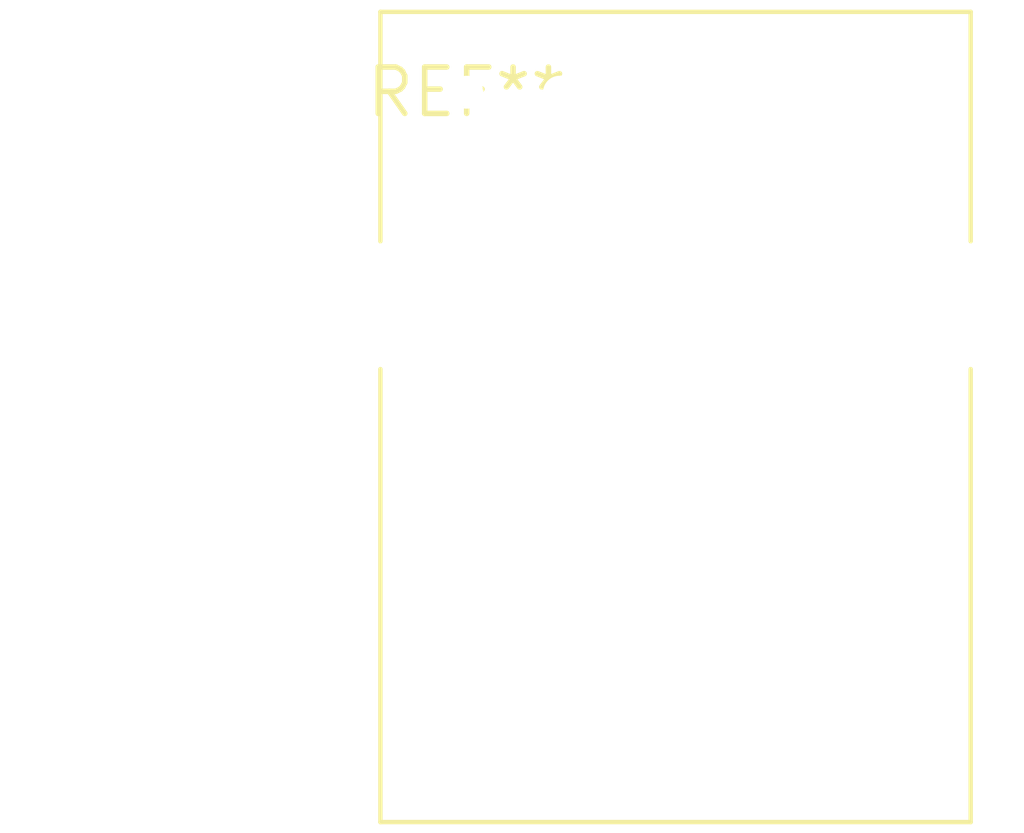
<source format=kicad_pcb>
(kicad_pcb (version 20240108) (generator pcbnew)
  (layers (0 "F.Cu" signal) (31 "B.Cu" signal) (34 "B.Paste" user) (35 "F.Paste" user) (36 "B.SilkS" user "B.Silkscreen") (37 "F.SilkS" user "F.Silkscreen") (38 "B.Mask" user) (39 "F.Mask" user) (44 "Edge.Cuts" user))
  (net 0 "")
  (footprint "RJ45_UDE_RB1-125B8G1A" (layer "F.Cu") (at 0 0)
    (property "Reference" "REF**")
    (property "Value" "RJ45_UDE_RB1-125B8G1A")
    (fp_line (start -2.36 -2.2) (end 13.79 -2.2) (layer "F.SilkS") (stroke (width 0.12)))
    (fp_line (start -2.36 4.08) (end -2.36 -2.2) (layer "F.SilkS") (stroke (width 0.12)))
    (fp_line (start -2.36 19.98) (end -2.36 7.58) (layer "F.SilkS") (stroke (width 0.12)))
    (fp_line (start 13.79 4.08) (end 13.79 -2.2) (layer "F.SilkS") (stroke (width 0.12)))
    (fp_line (start 13.79 19.98) (end -2.36 19.98) (layer "F.SilkS") (stroke (width 0.12)))
    (fp_line (start 13.79 19.98) (end 13.79 7.58) (layer "F.SilkS") (stroke (width 0.12)))
    (pad "" np_thru_hole circle (at 0 8.89) (size 3.25 3.25) (drill 3.25) (layers *.Cu *.Mask))
    (pad "" np_thru_hole circle (at 11.43 8.89) (size 3.25 3.25) (drill 3.25) (layers *.Cu *.Mask))
    (pad "L1" thru_hole circle (at 12.04 12.27) (size 1.9 1.9) (drill 0.9) (layers *.Cu *.Mask) (remove_unused_layers))
    (pad "L2" thru_hole circle (at 9.5 13.79) (size 1.9 1.9) (drill 0.9) (layers *.Cu *.Mask) (remove_unused_layers))
    (pad "L3" thru_hole circle (at 1.93 12.27) (size 1.9 1.9) (drill 0.9) (layers *.Cu *.Mask) (remove_unused_layers))
    (pad "L4" thru_hole circle (at -0.61 13.79) (size 1.9 1.9) (drill 0.9) (layers *.Cu *.Mask) (remove_unused_layers))
    (pad "R1" thru_hole rect (at 0 0) (size 1.9 1.9) (drill 0.9) (layers *.Cu *.Mask) (remove_unused_layers))
    (pad "R2" thru_hole circle (at 1.27 2.54) (size 1.9 1.9) (drill 0.9) (layers *.Cu *.Mask) (remove_unused_layers))
    (pad "R3" thru_hole circle (at 2.54 0) (size 1.9 1.9) (drill 0.9) (layers *.Cu *.Mask) (remove_unused_layers))
    (pad "R4" thru_hole circle (at 3.81 2.54) (size 1.9 1.9) (drill 0.9) (layers *.Cu *.Mask) (remove_unused_layers))
    (pad "R5" thru_hole circle (at 5.08 0) (size 1.9 1.9) (drill 0.9) (layers *.Cu *.Mask) (remove_unused_layers))
    (pad "R6" thru_hole circle (at 6.35 2.54) (size 1.9 1.9) (drill 0.9) (layers *.Cu *.Mask) (remove_unused_layers))
    (pad "R7" thru_hole circle (at 7.62 0) (size 1.9 1.9) (drill 0.9) (layers *.Cu *.Mask) (remove_unused_layers))
    (pad "R8" thru_hole circle (at 8.89 2.54) (size 1.9 1.9) (drill 0.9) (layers *.Cu *.Mask) (remove_unused_layers))
    (pad "R9" thru_hole circle (at 10.16 0) (size 1.9 1.9) (drill 0.9) (layers *.Cu *.Mask) (remove_unused_layers))
    (pad "R10" thru_hole circle (at 11.43 2.54) (size 1.9 1.9) (drill 0.9) (layers *.Cu *.Mask) (remove_unused_layers))
    (pad "SH" thru_hole circle (at -2.06 5.84) (size 2.5 2.5) (drill 1.5) (layers *.Cu *.Mask) (remove_unused_layers))
    (pad "SH" thru_hole circle (at 13.49 5.84) (size 2.5 2.5) (drill 1.5) (layers *.Cu *.Mask) (remove_unused_layers))
  )
)
</source>
